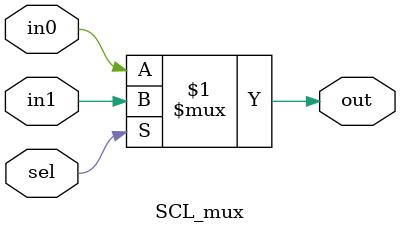
<source format=v>
module SCL_mux (
 input  wire in0, in1 ,
 input  wire sel,
 output wire out
);

 assign out = sel? in1 : in0 ;
 
endmodule
</source>
